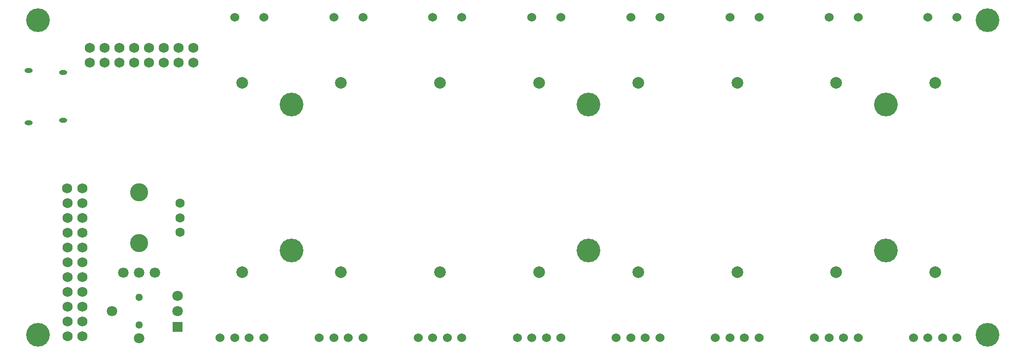
<source format=gbr>
G04 #@! TF.FileFunction,Soldermask,Bot*
%FSLAX46Y46*%
G04 Gerber Fmt 4.6, Leading zero omitted, Abs format (unit mm)*
G04 Created by KiCad (PCBNEW 4.0.4-stable) date 07/11/17 15:37:42*
%MOMM*%
%LPD*%
G01*
G04 APERTURE LIST*
%ADD10C,0.100000*%
%ADD11C,1.727200*%
%ADD12C,4.064000*%
%ADD13C,3.100000*%
%ADD14C,1.600000*%
%ADD15R,1.800000X1.800000*%
%ADD16C,1.800000*%
%ADD17C,1.300000*%
%ADD18C,1.524000*%
%ADD19C,2.000000*%
%ADD20O,1.400000X0.800000*%
G04 APERTURE END LIST*
D10*
D11*
X10620000Y3725000D03*
X10620000Y6265000D03*
X10620000Y8805000D03*
D12*
X148500000Y18500000D03*
X97500000Y18500000D03*
X46500000Y18500000D03*
X148500000Y43500000D03*
X46500000Y43500000D03*
X97500000Y43500000D03*
D11*
X8080000Y3725000D03*
X8080000Y6265000D03*
X8080000Y8805000D03*
X8000000Y29125000D03*
D13*
X20320000Y19699800D03*
X20320000Y28488200D03*
D14*
X27330400Y21594000D03*
X27330400Y24094000D03*
X27330400Y26594000D03*
D11*
X8080000Y21505000D03*
X10620000Y21505000D03*
X8080000Y24045000D03*
X10620000Y24045000D03*
X8080000Y13885000D03*
X10620000Y13885000D03*
X8080000Y18965000D03*
X10620000Y18965000D03*
X8080000Y16425000D03*
X10620000Y16425000D03*
X8080000Y11345000D03*
X10620000Y11345000D03*
X8080000Y26585000D03*
X10620000Y26585000D03*
D12*
X166000000Y58000000D03*
X166000000Y4000000D03*
X3000000Y4000000D03*
X3000000Y58000000D03*
D15*
X26920000Y5331400D03*
D16*
X26920000Y8031400D03*
X26920000Y10706400D03*
X23020000Y14631400D03*
X20320000Y14631400D03*
X17620000Y14631400D03*
X15720000Y8031400D03*
X20320000Y3431400D03*
D17*
X20320000Y10381400D03*
X20320000Y5681400D03*
D11*
X10620000Y29125000D03*
D18*
X34250000Y3500000D03*
X39250000Y3500000D03*
X36750000Y3500000D03*
X41750000Y3500000D03*
X36750000Y58500000D03*
X41750000Y58500000D03*
D19*
X38000000Y14750000D03*
X38000000Y47250000D03*
D18*
X51250000Y3500000D03*
X56250000Y3500000D03*
X53750000Y3500000D03*
X58750000Y3500000D03*
X53750000Y58500000D03*
X58750000Y58500000D03*
D19*
X55000000Y14750000D03*
X55000000Y47250000D03*
D18*
X68250000Y3500000D03*
X73250000Y3500000D03*
X70750000Y3500000D03*
X75750000Y3500000D03*
X70750000Y58500000D03*
X75750000Y58500000D03*
D19*
X72000000Y14750000D03*
X72000000Y47250000D03*
D18*
X85250000Y3500000D03*
X90250000Y3500000D03*
X87750000Y3500000D03*
X92750000Y3500000D03*
X87750000Y58500000D03*
X92750000Y58500000D03*
D19*
X89000000Y14750000D03*
X89000000Y47250000D03*
D18*
X102250000Y3500000D03*
X107250000Y3500000D03*
X104750000Y3500000D03*
X109750000Y3500000D03*
X104750000Y58500000D03*
X109750000Y58500000D03*
D19*
X106000000Y14750000D03*
X106000000Y47250000D03*
D18*
X119250000Y3500000D03*
X124250000Y3500000D03*
X121750000Y3500000D03*
X126750000Y3500000D03*
X121750000Y58500000D03*
X126750000Y58500000D03*
D19*
X123000000Y14750000D03*
X123000000Y47250000D03*
D18*
X136250000Y3500000D03*
X141250000Y3500000D03*
X138750000Y3500000D03*
X143750000Y3500000D03*
X138750000Y58500000D03*
X143750000Y58500000D03*
D19*
X140000000Y14750000D03*
X140000000Y47250000D03*
D18*
X153250000Y3500000D03*
X158250000Y3500000D03*
X155750000Y3500000D03*
X160750000Y3500000D03*
X155750000Y58500000D03*
X160750000Y58500000D03*
D19*
X157000000Y14750000D03*
X157000000Y47250000D03*
D20*
X1349000Y49395000D03*
X1349000Y40415000D03*
X7299000Y49035000D03*
X7299000Y40775000D03*
D11*
X29670000Y50715000D03*
X29670000Y53255000D03*
X11890000Y50715000D03*
X11890000Y53255000D03*
X14430000Y50715000D03*
X14430000Y53255000D03*
X16970000Y50715000D03*
X16970000Y53255000D03*
X19510000Y50715000D03*
X19510000Y53255000D03*
X22050000Y50715000D03*
X22050000Y53255000D03*
X24590000Y50715000D03*
X24590000Y53255000D03*
X27130000Y50715000D03*
X27130000Y53255000D03*
M02*

</source>
